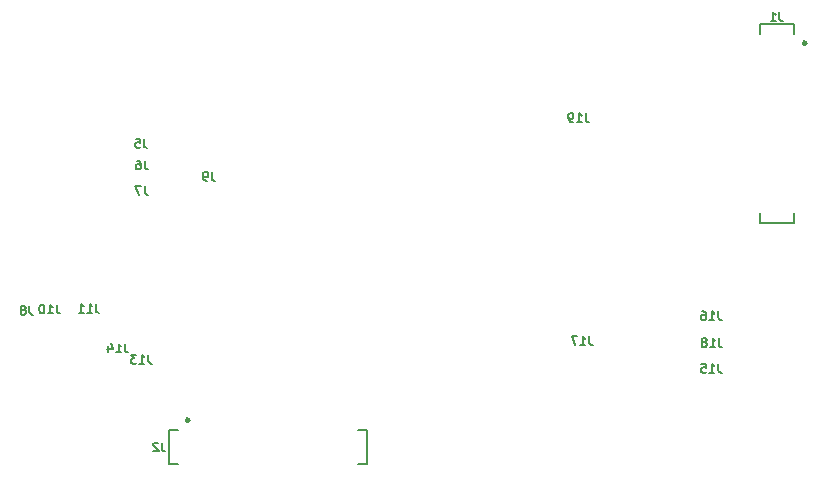
<source format=gbr>
G04 #@! TF.FileFunction,Legend,Bot*
%FSLAX46Y46*%
G04 Gerber Fmt 4.6, Leading zero omitted, Abs format (unit mm)*
G04 Created by KiCad (PCBNEW 4.0.6-e0-6349~53~ubuntu16.04.1) date Sat May  6 10:48:22 2017*
%MOMM*%
%LPD*%
G01*
G04 APERTURE LIST*
%ADD10C,0.100000*%
%ADD11C,0.203200*%
%ADD12C,0.304800*%
%ADD13C,0.150000*%
G04 APERTURE END LIST*
D10*
D11*
X104942760Y-153254100D02*
X104142560Y-153254100D01*
X104142560Y-153254100D02*
X104142560Y-156129380D01*
X120942120Y-156129380D02*
X120942120Y-153254100D01*
D12*
X105841820Y-152373480D02*
G75*
G03X105841820Y-152373480I-99060J0D01*
G01*
D11*
X120942120Y-153254100D02*
X120142760Y-153254100D01*
X120942120Y-156129380D02*
X120142760Y-156129380D01*
X104942760Y-156129380D02*
X104142560Y-156129380D01*
X157091380Y-119664580D02*
X157091380Y-118864380D01*
X157091380Y-118864380D02*
X154216100Y-118864380D01*
X154216100Y-135663940D02*
X157091380Y-135663940D01*
D12*
X158071060Y-120464580D02*
G75*
G03X158071060Y-120464580I-99060J0D01*
G01*
D11*
X157091380Y-135663940D02*
X157091380Y-134864580D01*
X154216100Y-135663940D02*
X154216100Y-134864580D01*
X154216100Y-119664580D02*
X154216100Y-118864380D01*
D13*
X102053200Y-128570486D02*
X102053200Y-129106200D01*
X102088914Y-129213343D01*
X102160343Y-129284771D01*
X102267486Y-129320486D01*
X102338914Y-129320486D01*
X101338914Y-128570486D02*
X101696057Y-128570486D01*
X101731771Y-128927629D01*
X101696057Y-128891914D01*
X101624628Y-128856200D01*
X101446057Y-128856200D01*
X101374628Y-128891914D01*
X101338914Y-128927629D01*
X101303199Y-128999057D01*
X101303199Y-129177629D01*
X101338914Y-129249057D01*
X101374628Y-129284771D01*
X101446057Y-129320486D01*
X101624628Y-129320486D01*
X101696057Y-129284771D01*
X101731771Y-129249057D01*
X102104000Y-130399286D02*
X102104000Y-130935000D01*
X102139714Y-131042143D01*
X102211143Y-131113571D01*
X102318286Y-131149286D01*
X102389714Y-131149286D01*
X101425428Y-130399286D02*
X101568285Y-130399286D01*
X101639714Y-130435000D01*
X101675428Y-130470714D01*
X101746857Y-130577857D01*
X101782571Y-130720714D01*
X101782571Y-131006429D01*
X101746857Y-131077857D01*
X101711142Y-131113571D01*
X101639714Y-131149286D01*
X101496857Y-131149286D01*
X101425428Y-131113571D01*
X101389714Y-131077857D01*
X101353999Y-131006429D01*
X101353999Y-130827857D01*
X101389714Y-130756429D01*
X101425428Y-130720714D01*
X101496857Y-130685000D01*
X101639714Y-130685000D01*
X101711142Y-130720714D01*
X101746857Y-130756429D01*
X101782571Y-130827857D01*
X102104000Y-132532886D02*
X102104000Y-133068600D01*
X102139714Y-133175743D01*
X102211143Y-133247171D01*
X102318286Y-133282886D01*
X102389714Y-133282886D01*
X101818285Y-132532886D02*
X101318285Y-132532886D01*
X101639714Y-133282886D01*
X92350400Y-142692886D02*
X92350400Y-143228600D01*
X92386114Y-143335743D01*
X92457543Y-143407171D01*
X92564686Y-143442886D01*
X92636114Y-143442886D01*
X91886114Y-143014314D02*
X91957542Y-142978600D01*
X91993257Y-142942886D01*
X92028971Y-142871457D01*
X92028971Y-142835743D01*
X91993257Y-142764314D01*
X91957542Y-142728600D01*
X91886114Y-142692886D01*
X91743257Y-142692886D01*
X91671828Y-142728600D01*
X91636114Y-142764314D01*
X91600399Y-142835743D01*
X91600399Y-142871457D01*
X91636114Y-142942886D01*
X91671828Y-142978600D01*
X91743257Y-143014314D01*
X91886114Y-143014314D01*
X91957542Y-143050029D01*
X91993257Y-143085743D01*
X92028971Y-143157171D01*
X92028971Y-143300029D01*
X91993257Y-143371457D01*
X91957542Y-143407171D01*
X91886114Y-143442886D01*
X91743257Y-143442886D01*
X91671828Y-143407171D01*
X91636114Y-143371457D01*
X91600399Y-143300029D01*
X91600399Y-143157171D01*
X91636114Y-143085743D01*
X91671828Y-143050029D01*
X91743257Y-143014314D01*
X107793600Y-131364486D02*
X107793600Y-131900200D01*
X107829314Y-132007343D01*
X107900743Y-132078771D01*
X108007886Y-132114486D01*
X108079314Y-132114486D01*
X107400742Y-132114486D02*
X107257885Y-132114486D01*
X107186457Y-132078771D01*
X107150742Y-132043057D01*
X107079314Y-131935914D01*
X107043599Y-131793057D01*
X107043599Y-131507343D01*
X107079314Y-131435914D01*
X107115028Y-131400200D01*
X107186457Y-131364486D01*
X107329314Y-131364486D01*
X107400742Y-131400200D01*
X107436457Y-131435914D01*
X107472171Y-131507343D01*
X107472171Y-131685914D01*
X107436457Y-131757343D01*
X107400742Y-131793057D01*
X107329314Y-131828771D01*
X107186457Y-131828771D01*
X107115028Y-131793057D01*
X107079314Y-131757343D01*
X107043599Y-131685914D01*
X94650643Y-142591286D02*
X94650643Y-143127000D01*
X94686357Y-143234143D01*
X94757786Y-143305571D01*
X94864929Y-143341286D01*
X94936357Y-143341286D01*
X93900642Y-143341286D02*
X94329214Y-143341286D01*
X94114928Y-143341286D02*
X94114928Y-142591286D01*
X94186357Y-142698429D01*
X94257785Y-142769857D01*
X94329214Y-142805571D01*
X93436356Y-142591286D02*
X93364928Y-142591286D01*
X93293499Y-142627000D01*
X93257785Y-142662714D01*
X93222071Y-142734143D01*
X93186356Y-142877000D01*
X93186356Y-143055571D01*
X93222071Y-143198429D01*
X93257785Y-143269857D01*
X93293499Y-143305571D01*
X93364928Y-143341286D01*
X93436356Y-143341286D01*
X93507785Y-143305571D01*
X93543499Y-143269857D01*
X93579214Y-143198429D01*
X93614928Y-143055571D01*
X93614928Y-142877000D01*
X93579214Y-142734143D01*
X93543499Y-142662714D01*
X93507785Y-142627000D01*
X93436356Y-142591286D01*
X97990743Y-142540486D02*
X97990743Y-143076200D01*
X98026457Y-143183343D01*
X98097886Y-143254771D01*
X98205029Y-143290486D01*
X98276457Y-143290486D01*
X97240742Y-143290486D02*
X97669314Y-143290486D01*
X97455028Y-143290486D02*
X97455028Y-142540486D01*
X97526457Y-142647629D01*
X97597885Y-142719057D01*
X97669314Y-142754771D01*
X96526456Y-143290486D02*
X96955028Y-143290486D01*
X96740742Y-143290486D02*
X96740742Y-142540486D01*
X96812171Y-142647629D01*
X96883599Y-142719057D01*
X96955028Y-142754771D01*
X102412143Y-146845786D02*
X102412143Y-147381500D01*
X102447857Y-147488643D01*
X102519286Y-147560071D01*
X102626429Y-147595786D01*
X102697857Y-147595786D01*
X101662142Y-147595786D02*
X102090714Y-147595786D01*
X101876428Y-147595786D02*
X101876428Y-146845786D01*
X101947857Y-146952929D01*
X102019285Y-147024357D01*
X102090714Y-147060071D01*
X101412142Y-146845786D02*
X100947856Y-146845786D01*
X101197856Y-147131500D01*
X101090714Y-147131500D01*
X101019285Y-147167214D01*
X100983571Y-147202929D01*
X100947856Y-147274357D01*
X100947856Y-147452929D01*
X100983571Y-147524357D01*
X101019285Y-147560071D01*
X101090714Y-147595786D01*
X101304999Y-147595786D01*
X101376428Y-147560071D01*
X101412142Y-147524357D01*
X100429143Y-145893286D02*
X100429143Y-146429000D01*
X100464857Y-146536143D01*
X100536286Y-146607571D01*
X100643429Y-146643286D01*
X100714857Y-146643286D01*
X99679142Y-146643286D02*
X100107714Y-146643286D01*
X99893428Y-146643286D02*
X99893428Y-145893286D01*
X99964857Y-146000429D01*
X100036285Y-146071857D01*
X100107714Y-146107571D01*
X99036285Y-146143286D02*
X99036285Y-146643286D01*
X99214856Y-145857571D02*
X99393428Y-146393286D01*
X98929142Y-146393286D01*
X150670343Y-147620486D02*
X150670343Y-148156200D01*
X150706057Y-148263343D01*
X150777486Y-148334771D01*
X150884629Y-148370486D01*
X150956057Y-148370486D01*
X149920342Y-148370486D02*
X150348914Y-148370486D01*
X150134628Y-148370486D02*
X150134628Y-147620486D01*
X150206057Y-147727629D01*
X150277485Y-147799057D01*
X150348914Y-147834771D01*
X149241771Y-147620486D02*
X149598914Y-147620486D01*
X149634628Y-147977629D01*
X149598914Y-147941914D01*
X149527485Y-147906200D01*
X149348914Y-147906200D01*
X149277485Y-147941914D01*
X149241771Y-147977629D01*
X149206056Y-148049057D01*
X149206056Y-148227629D01*
X149241771Y-148299057D01*
X149277485Y-148334771D01*
X149348914Y-148370486D01*
X149527485Y-148370486D01*
X149598914Y-148334771D01*
X149634628Y-148299057D01*
X150670343Y-143150086D02*
X150670343Y-143685800D01*
X150706057Y-143792943D01*
X150777486Y-143864371D01*
X150884629Y-143900086D01*
X150956057Y-143900086D01*
X149920342Y-143900086D02*
X150348914Y-143900086D01*
X150134628Y-143900086D02*
X150134628Y-143150086D01*
X150206057Y-143257229D01*
X150277485Y-143328657D01*
X150348914Y-143364371D01*
X149277485Y-143150086D02*
X149420342Y-143150086D01*
X149491771Y-143185800D01*
X149527485Y-143221514D01*
X149598914Y-143328657D01*
X149634628Y-143471514D01*
X149634628Y-143757229D01*
X149598914Y-143828657D01*
X149563199Y-143864371D01*
X149491771Y-143900086D01*
X149348914Y-143900086D01*
X149277485Y-143864371D01*
X149241771Y-143828657D01*
X149206056Y-143757229D01*
X149206056Y-143578657D01*
X149241771Y-143507229D01*
X149277485Y-143471514D01*
X149348914Y-143435800D01*
X149491771Y-143435800D01*
X149563199Y-143471514D01*
X149598914Y-143507229D01*
X149634628Y-143578657D01*
X139748343Y-145283686D02*
X139748343Y-145819400D01*
X139784057Y-145926543D01*
X139855486Y-145997971D01*
X139962629Y-146033686D01*
X140034057Y-146033686D01*
X138998342Y-146033686D02*
X139426914Y-146033686D01*
X139212628Y-146033686D02*
X139212628Y-145283686D01*
X139284057Y-145390829D01*
X139355485Y-145462257D01*
X139426914Y-145497971D01*
X138748342Y-145283686D02*
X138248342Y-145283686D01*
X138569771Y-146033686D01*
X150721143Y-145436086D02*
X150721143Y-145971800D01*
X150756857Y-146078943D01*
X150828286Y-146150371D01*
X150935429Y-146186086D01*
X151006857Y-146186086D01*
X149971142Y-146186086D02*
X150399714Y-146186086D01*
X150185428Y-146186086D02*
X150185428Y-145436086D01*
X150256857Y-145543229D01*
X150328285Y-145614657D01*
X150399714Y-145650371D01*
X149542571Y-145757514D02*
X149613999Y-145721800D01*
X149649714Y-145686086D01*
X149685428Y-145614657D01*
X149685428Y-145578943D01*
X149649714Y-145507514D01*
X149613999Y-145471800D01*
X149542571Y-145436086D01*
X149399714Y-145436086D01*
X149328285Y-145471800D01*
X149292571Y-145507514D01*
X149256856Y-145578943D01*
X149256856Y-145614657D01*
X149292571Y-145686086D01*
X149328285Y-145721800D01*
X149399714Y-145757514D01*
X149542571Y-145757514D01*
X149613999Y-145793229D01*
X149649714Y-145828943D01*
X149685428Y-145900371D01*
X149685428Y-146043229D01*
X149649714Y-146114657D01*
X149613999Y-146150371D01*
X149542571Y-146186086D01*
X149399714Y-146186086D01*
X149328285Y-146150371D01*
X149292571Y-146114657D01*
X149256856Y-146043229D01*
X149256856Y-145900371D01*
X149292571Y-145828943D01*
X149328285Y-145793229D01*
X149399714Y-145757514D01*
X103577200Y-154275286D02*
X103577200Y-154811000D01*
X103612914Y-154918143D01*
X103684343Y-154989571D01*
X103791486Y-155025286D01*
X103862914Y-155025286D01*
X103255771Y-154346714D02*
X103220057Y-154311000D01*
X103148628Y-154275286D01*
X102970057Y-154275286D01*
X102898628Y-154311000D01*
X102862914Y-154346714D01*
X102827199Y-154418143D01*
X102827199Y-154489571D01*
X102862914Y-154596714D01*
X103291485Y-155025286D01*
X102827199Y-155025286D01*
X155850400Y-117851686D02*
X155850400Y-118387400D01*
X155886114Y-118494543D01*
X155957543Y-118565971D01*
X156064686Y-118601686D01*
X156136114Y-118601686D01*
X155100399Y-118601686D02*
X155528971Y-118601686D01*
X155314685Y-118601686D02*
X155314685Y-117851686D01*
X155386114Y-117958829D01*
X155457542Y-118030257D01*
X155528971Y-118065971D01*
X139443543Y-126386086D02*
X139443543Y-126921800D01*
X139479257Y-127028943D01*
X139550686Y-127100371D01*
X139657829Y-127136086D01*
X139729257Y-127136086D01*
X138693542Y-127136086D02*
X139122114Y-127136086D01*
X138907828Y-127136086D02*
X138907828Y-126386086D01*
X138979257Y-126493229D01*
X139050685Y-126564657D01*
X139122114Y-126600371D01*
X138336399Y-127136086D02*
X138193542Y-127136086D01*
X138122114Y-127100371D01*
X138086399Y-127064657D01*
X138014971Y-126957514D01*
X137979256Y-126814657D01*
X137979256Y-126528943D01*
X138014971Y-126457514D01*
X138050685Y-126421800D01*
X138122114Y-126386086D01*
X138264971Y-126386086D01*
X138336399Y-126421800D01*
X138372114Y-126457514D01*
X138407828Y-126528943D01*
X138407828Y-126707514D01*
X138372114Y-126778943D01*
X138336399Y-126814657D01*
X138264971Y-126850371D01*
X138122114Y-126850371D01*
X138050685Y-126814657D01*
X138014971Y-126778943D01*
X137979256Y-126707514D01*
M02*

</source>
